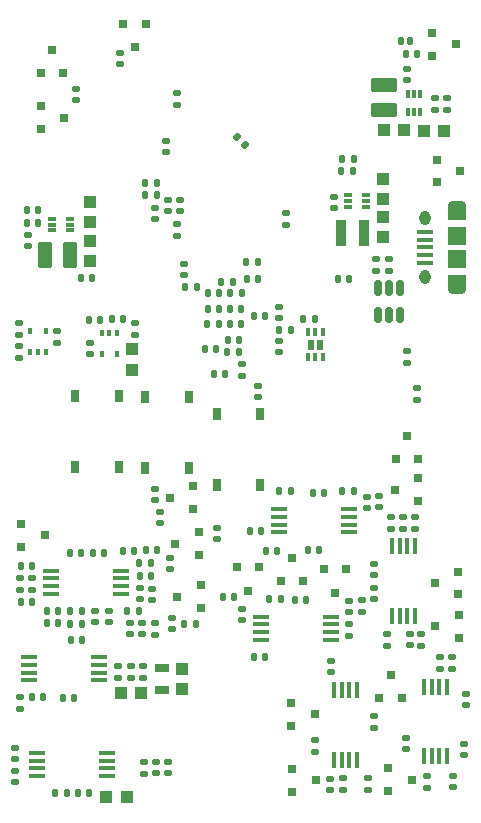
<source format=gbr>
G04 #@! TF.GenerationSoftware,KiCad,Pcbnew,7.0.1-0*
G04 #@! TF.CreationDate,2023-03-28T15:50:41-07:00*
G04 #@! TF.ProjectId,Kit-Brainboard,4b69742d-4272-4616-996e-626f6172642e,rev?*
G04 #@! TF.SameCoordinates,Original*
G04 #@! TF.FileFunction,Paste,Bot*
G04 #@! TF.FilePolarity,Positive*
%FSLAX46Y46*%
G04 Gerber Fmt 4.6, Leading zero omitted, Abs format (unit mm)*
G04 Created by KiCad (PCBNEW 7.0.1-0) date 2023-03-28 15:50:41*
%MOMM*%
%LPD*%
G01*
G04 APERTURE LIST*
G04 Aperture macros list*
%AMRoundRect*
0 Rectangle with rounded corners*
0 $1 Rounding radius*
0 $2 $3 $4 $5 $6 $7 $8 $9 X,Y pos of 4 corners*
0 Add a 4 corners polygon primitive as box body*
4,1,4,$2,$3,$4,$5,$6,$7,$8,$9,$2,$3,0*
0 Add four circle primitives for the rounded corners*
1,1,$1+$1,$2,$3*
1,1,$1+$1,$4,$5*
1,1,$1+$1,$6,$7*
1,1,$1+$1,$8,$9*
0 Add four rect primitives between the rounded corners*
20,1,$1+$1,$2,$3,$4,$5,0*
20,1,$1+$1,$4,$5,$6,$7,0*
20,1,$1+$1,$6,$7,$8,$9,0*
20,1,$1+$1,$8,$9,$2,$3,0*%
G04 Aperture macros list end*
%ADD10O,1.550000X0.890000*%
%ADD11O,0.950000X1.250000*%
%ADD12R,1.350000X0.400000*%
%ADD13R,1.550000X1.200000*%
%ADD14R,1.550000X1.500000*%
%ADD15R,0.700000X1.000000*%
%ADD16R,1.000000X1.000000*%
%ADD17RoundRect,0.147500X-0.172500X0.147500X-0.172500X-0.147500X0.172500X-0.147500X0.172500X0.147500X0*%
%ADD18RoundRect,0.147500X-0.147500X-0.172500X0.147500X-0.172500X0.147500X0.172500X-0.147500X0.172500X0*%
%ADD19R,0.800100X0.800100*%
%ADD20RoundRect,0.147500X0.147500X0.172500X-0.147500X0.172500X-0.147500X-0.172500X0.147500X-0.172500X0*%
%ADD21R,1.450000X0.450000*%
%ADD22RoundRect,0.150000X0.150000X-0.512500X0.150000X0.512500X-0.150000X0.512500X-0.150000X-0.512500X0*%
%ADD23RoundRect,0.147500X0.172500X-0.147500X0.172500X0.147500X-0.172500X0.147500X-0.172500X-0.147500X0*%
%ADD24R,0.450000X1.450000*%
%ADD25RoundRect,0.250000X-0.375000X-0.850000X0.375000X-0.850000X0.375000X0.850000X-0.375000X0.850000X0*%
%ADD26R,0.700000X0.340000*%
%ADD27RoundRect,0.125000X0.125000X0.225000X-0.125000X0.225000X-0.125000X-0.225000X0.125000X-0.225000X0*%
%ADD28RoundRect,0.147500X0.226274X0.017678X0.017678X0.226274X-0.226274X-0.017678X-0.017678X-0.226274X0*%
%ADD29RoundRect,0.250000X-0.850000X0.375000X-0.850000X-0.375000X0.850000X-0.375000X0.850000X0.375000X0*%
%ADD30R,0.630000X0.820000*%
%ADD31R,0.350000X0.650000*%
%ADD32R,1.300000X0.700000*%
%ADD33R,0.340000X0.700000*%
%ADD34R,0.340000X0.600000*%
%ADD35R,0.850000X2.300000*%
G04 APERTURE END LIST*
D10*
G04 #@! TO.C,J3*
X227805000Y-72740000D03*
D11*
X225105000Y-73740000D03*
X225105000Y-78740000D03*
D10*
X227805000Y-79740000D03*
D12*
X225105000Y-74940000D03*
X225105000Y-75590000D03*
X225105000Y-76240000D03*
X225105000Y-76890000D03*
X225105000Y-77540000D03*
D13*
X227805000Y-73340000D03*
D14*
X227805000Y-75240000D03*
X227805000Y-77240000D03*
D13*
X227805000Y-79140000D03*
G04 #@! TD*
D15*
G04 #@! TO.C,S2*
X195460000Y-88840000D03*
X195460000Y-94840000D03*
X199160000Y-88840000D03*
X199160000Y-94840000D03*
G04 #@! TD*
G04 #@! TO.C,S3*
X205080000Y-94880000D03*
X205080000Y-88880000D03*
X201380000Y-94880000D03*
X201380000Y-88880000D03*
G04 #@! TD*
G04 #@! TO.C,S1*
X211150000Y-96325000D03*
X211150000Y-90325000D03*
X207450000Y-96325000D03*
X207450000Y-90325000D03*
G04 #@! TD*
D16*
G04 #@! TO.C,C91*
X223329000Y-66318000D03*
X221629000Y-66318000D03*
G04 #@! TD*
D17*
G04 #@! TO.C,C69*
X223535000Y-61100000D03*
X223535000Y-62070000D03*
G04 #@! TD*
D18*
G04 #@! TO.C,C79*
X195954000Y-78827000D03*
X196924000Y-78827000D03*
G04 #@! TD*
G04 #@! TO.C,R17*
X199875000Y-107040000D03*
X200845000Y-107040000D03*
G04 #@! TD*
D19*
G04 #@! TO.C,D15*
X224530760Y-95800000D03*
X224530760Y-97700000D03*
X222531780Y-96750000D03*
G04 #@! TD*
D20*
G04 #@! TO.C,C34*
X208925000Y-105820000D03*
X207955000Y-105820000D03*
G04 #@! TD*
D21*
G04 #@! TO.C,U6*
X191580000Y-112895000D03*
X191580000Y-112245000D03*
X191580000Y-111595000D03*
X191580000Y-110945000D03*
X197480000Y-110945000D03*
X197480000Y-111595000D03*
X197480000Y-112245000D03*
X197480000Y-112895000D03*
G04 #@! TD*
D19*
G04 #@! TO.C,D7*
X213859240Y-122320000D03*
X213859240Y-120420000D03*
X215858220Y-121370000D03*
G04 #@! TD*
D18*
G04 #@! TO.C,R12*
X195065000Y-108110000D03*
X196035000Y-108110000D03*
G04 #@! TD*
D17*
G04 #@! TO.C,R50*
X223191832Y-99074872D03*
X223191832Y-100044872D03*
G04 #@! TD*
D16*
G04 #@! TO.C,C19*
X201030696Y-113989760D03*
X199330696Y-113989760D03*
G04 #@! TD*
D17*
G04 #@! TO.C,C46*
X196708000Y-84300000D03*
X196708000Y-85270000D03*
G04 #@! TD*
D18*
G04 #@! TO.C,R18*
X190875000Y-106250000D03*
X191845000Y-106250000D03*
G04 #@! TD*
G04 #@! TO.C,C66*
X195085000Y-109500000D03*
X196055000Y-109500000D03*
G04 #@! TD*
D17*
G04 #@! TO.C,R42*
X220220000Y-121165000D03*
X220220000Y-122135000D03*
G04 #@! TD*
D22*
G04 #@! TO.C,U3*
X223010000Y-81925000D03*
X222060000Y-81925000D03*
X221110000Y-81925000D03*
X221110000Y-79650000D03*
X222060000Y-79650000D03*
X223010000Y-79650000D03*
G04 #@! TD*
D23*
G04 #@! TO.C,R4*
X222040000Y-78222500D03*
X222040000Y-77252500D03*
G04 #@! TD*
D20*
G04 #@! TO.C,C58*
X195385696Y-114419760D03*
X194415696Y-114419760D03*
G04 #@! TD*
G04 #@! TO.C,R55*
X211235000Y-100240000D03*
X210265000Y-100240000D03*
G04 #@! TD*
D23*
G04 #@! TO.C,C38*
X224260000Y-100045000D03*
X224260000Y-99075000D03*
G04 #@! TD*
D20*
G04 #@! TO.C,R10*
X191855000Y-103240000D03*
X190885000Y-103240000D03*
G04 #@! TD*
D17*
G04 #@! TO.C,R65*
X225930000Y-63608000D03*
X225930000Y-64578000D03*
G04 #@! TD*
D18*
G04 #@! TO.C,R62*
X191364000Y-74132000D03*
X192334000Y-74132000D03*
G04 #@! TD*
D19*
G04 #@! TO.C,D5*
X192549240Y-66200000D03*
X192549240Y-64300000D03*
X194548220Y-65250000D03*
G04 #@! TD*
D23*
G04 #@! TO.C,C26*
X217170000Y-112225000D03*
X217170000Y-111255000D03*
G04 #@! TD*
D24*
G04 #@! TO.C,U9*
X226954736Y-119323656D03*
X226304736Y-119323656D03*
X225654736Y-119323656D03*
X225004736Y-119323656D03*
X225004736Y-113423656D03*
X225654736Y-113423656D03*
X226304736Y-113423656D03*
X226954736Y-113423656D03*
G04 #@! TD*
D23*
G04 #@! TO.C,R35*
X218110000Y-122155000D03*
X218110000Y-121185000D03*
G04 #@! TD*
D18*
G04 #@! TO.C,R13*
X200915000Y-104050000D03*
X201885000Y-104050000D03*
G04 #@! TD*
D23*
G04 #@! TO.C,R34*
X199110696Y-112664760D03*
X199110696Y-111694760D03*
G04 #@! TD*
D20*
G04 #@! TO.C,C59*
X207631820Y-82717939D03*
X206661820Y-82717939D03*
G04 #@! TD*
D19*
G04 #@! TO.C,D8*
X213755224Y-116719136D03*
X213755224Y-114819136D03*
X215754204Y-115769136D03*
G04 #@! TD*
D18*
G04 #@! TO.C,R60*
X196621000Y-82408000D03*
X197591000Y-82408000D03*
G04 #@! TD*
D20*
G04 #@! TO.C,R41*
X224425000Y-59879020D03*
X223455000Y-59879020D03*
G04 #@! TD*
D25*
G04 #@! TO.C,L1*
X192920000Y-76910000D03*
X195070000Y-76910000D03*
G04 #@! TD*
D19*
G04 #@! TO.C,D17*
X227963984Y-107382016D03*
X227963984Y-109282016D03*
X225965004Y-108332016D03*
G04 #@! TD*
D23*
G04 #@! TO.C,R45*
X210920000Y-88915000D03*
X210920000Y-87945000D03*
G04 #@! TD*
D20*
G04 #@! TO.C,C97*
X196675000Y-122420000D03*
X195705000Y-122420000D03*
G04 #@! TD*
G04 #@! TO.C,C104*
X216555000Y-97030000D03*
X215585000Y-97030000D03*
G04 #@! TD*
D21*
G04 #@! TO.C,U11*
X212720000Y-100370000D03*
X212720000Y-99720000D03*
X212720000Y-99070000D03*
X212720000Y-98420000D03*
X218620000Y-98420000D03*
X218620000Y-99070000D03*
X218620000Y-99720000D03*
X218620000Y-100370000D03*
G04 #@! TD*
D17*
G04 #@! TO.C,C7*
X200070000Y-108025000D03*
X200070000Y-108995000D03*
G04 #@! TD*
D18*
G04 #@! TO.C,R11*
X193055000Y-106990000D03*
X194025000Y-106990000D03*
G04 #@! TD*
D19*
G04 #@! TO.C,D16*
X227918264Y-103685808D03*
X227918264Y-105585808D03*
X225919284Y-104635808D03*
G04 #@! TD*
D20*
G04 #@! TO.C,C52*
X210961000Y-78884779D03*
X209991000Y-78884779D03*
G04 #@! TD*
D26*
G04 #@! TO.C,U15*
X194993000Y-73802000D03*
X194993000Y-74302000D03*
X194993000Y-74802000D03*
X193493000Y-74802000D03*
X193493000Y-74302000D03*
X193493000Y-73802000D03*
G04 #@! TD*
D20*
G04 #@! TO.C,R61*
X192320000Y-73101000D03*
X191350000Y-73101000D03*
G04 #@! TD*
D23*
G04 #@! TO.C,C28*
X227340000Y-111890000D03*
X227340000Y-110920000D03*
G04 #@! TD*
D24*
G04 #@! TO.C,U12*
X222305000Y-101560000D03*
X222955000Y-101560000D03*
X223605000Y-101560000D03*
X224255000Y-101560000D03*
X224255000Y-107460000D03*
X223605000Y-107460000D03*
X222955000Y-107460000D03*
X222305000Y-107460000D03*
G04 #@! TD*
D23*
G04 #@! TO.C,C8*
X191810000Y-105205000D03*
X191810000Y-104235000D03*
G04 #@! TD*
G04 #@! TO.C,R33*
X201270000Y-120805000D03*
X201270000Y-119835000D03*
G04 #@! TD*
D18*
G04 #@! TO.C,C56*
X198557000Y-82330000D03*
X199527000Y-82330000D03*
G04 #@! TD*
D23*
G04 #@! TO.C,R19*
X200920000Y-106005000D03*
X200920000Y-105035000D03*
G04 #@! TD*
D18*
G04 #@! TO.C,R64*
X218090000Y-68731000D03*
X219060000Y-68731000D03*
G04 #@! TD*
D19*
G04 #@! TO.C,D23*
X225689240Y-60000000D03*
X225689240Y-58100000D03*
X227688220Y-59050000D03*
G04 #@! TD*
D23*
G04 #@! TO.C,R36*
X223530000Y-86015000D03*
X223530000Y-85045000D03*
G04 #@! TD*
D17*
G04 #@! TO.C,C61*
X203362080Y-72210099D03*
X203362080Y-73180099D03*
G04 #@! TD*
D18*
G04 #@! TO.C,R48*
X211615000Y-101900000D03*
X212585000Y-101900000D03*
G04 #@! TD*
D23*
G04 #@! TO.C,R43*
X224370000Y-89135000D03*
X224370000Y-88165000D03*
G04 #@! TD*
D19*
G04 #@! TO.C,D20*
X226069240Y-70730000D03*
X226069240Y-68830000D03*
X228068220Y-69780000D03*
G04 #@! TD*
D23*
G04 #@! TO.C,R28*
X190393486Y-119554440D03*
X190393486Y-118584440D03*
G04 #@! TD*
D24*
G04 #@! TO.C,U8*
X219325000Y-119640000D03*
X218675000Y-119640000D03*
X218025000Y-119640000D03*
X217375000Y-119640000D03*
X217375000Y-113740000D03*
X218025000Y-113740000D03*
X218675000Y-113740000D03*
X219325000Y-113740000D03*
G04 #@! TD*
D23*
G04 #@! TO.C,R6*
X197130000Y-107975000D03*
X197130000Y-107005000D03*
G04 #@! TD*
D18*
G04 #@! TO.C,C107*
X212755000Y-96870000D03*
X213725000Y-96870000D03*
G04 #@! TD*
D20*
G04 #@! TO.C,C60*
X211581000Y-82078779D03*
X210611000Y-82078779D03*
G04 #@! TD*
D23*
G04 #@! TO.C,C32*
X212720000Y-82251779D03*
X212720000Y-81281779D03*
G04 #@! TD*
D18*
G04 #@! TO.C,R56*
X218095000Y-96890000D03*
X219065000Y-96890000D03*
G04 #@! TD*
G04 #@! TO.C,C101*
X193775000Y-122440000D03*
X194745000Y-122440000D03*
G04 #@! TD*
D19*
G04 #@! TO.C,D9*
X221968976Y-122243656D03*
X221968976Y-120343656D03*
X223967956Y-121293656D03*
G04 #@! TD*
D16*
G04 #@! TO.C,C89*
X196702000Y-75662000D03*
X196702000Y-77362000D03*
G04 #@! TD*
D23*
G04 #@! TO.C,C67*
X191487000Y-76116000D03*
X191487000Y-75146000D03*
G04 #@! TD*
G04 #@! TO.C,C68*
X217406000Y-72905000D03*
X217406000Y-71935000D03*
G04 #@! TD*
G04 #@! TO.C,C35*
X219720000Y-107090000D03*
X219720000Y-106120000D03*
G04 #@! TD*
G04 #@! TO.C,R7*
X198360000Y-107955000D03*
X198360000Y-106985000D03*
G04 #@! TD*
G04 #@! TO.C,C72*
X190703500Y-85561000D03*
X190703500Y-84591000D03*
G04 #@! TD*
D18*
G04 #@! TO.C,R14*
X200895000Y-102980000D03*
X201865000Y-102980000D03*
G04 #@! TD*
D23*
G04 #@! TO.C,R21*
X203475784Y-103472416D03*
X203475784Y-102502416D03*
G04 #@! TD*
D18*
G04 #@! TO.C,C74*
X209945000Y-77446779D03*
X210915000Y-77446779D03*
G04 #@! TD*
G04 #@! TO.C,C63*
X206455000Y-84846779D03*
X207425000Y-84846779D03*
G04 #@! TD*
D23*
G04 #@! TO.C,C78*
X220790000Y-106005000D03*
X220790000Y-105035000D03*
G04 #@! TD*
D17*
G04 #@! TO.C,C39*
X224790000Y-108990000D03*
X224790000Y-109960000D03*
G04 #@! TD*
D26*
G04 #@! TO.C,U16*
X220074500Y-71799000D03*
X220074500Y-72299000D03*
X220074500Y-72799000D03*
X218574500Y-72799000D03*
X218574500Y-72299000D03*
X218574500Y-71799000D03*
G04 #@! TD*
D23*
G04 #@! TO.C,C22*
X202290000Y-120775000D03*
X202290000Y-119805000D03*
G04 #@! TD*
D17*
G04 #@! TO.C,C16*
X207450000Y-99975000D03*
X207450000Y-100945000D03*
G04 #@! TD*
D23*
G04 #@! TO.C,C95*
X213310000Y-74301779D03*
X213310000Y-73331779D03*
G04 #@! TD*
D16*
G04 #@! TO.C,C88*
X200303000Y-84878000D03*
X200303000Y-86578000D03*
G04 #@! TD*
D19*
G04 #@! TO.C,D2*
X205950760Y-100360000D03*
X205950760Y-102260000D03*
X203951780Y-101310000D03*
G04 #@! TD*
D20*
G04 #@! TO.C,R3*
X218675000Y-78940000D03*
X217705000Y-78940000D03*
G04 #@! TD*
D19*
G04 #@! TO.C,D4*
X205460000Y-96470000D03*
X205460000Y-98370000D03*
X203461020Y-97420000D03*
G04 #@! TD*
D23*
G04 #@! TO.C,R66*
X226950000Y-64570000D03*
X226950000Y-63600000D03*
G04 #@! TD*
D19*
G04 #@! TO.C,D18*
X224490000Y-94170000D03*
X222590000Y-94170000D03*
X223540000Y-92171020D03*
G04 #@! TD*
D20*
G04 #@! TO.C,C96*
X215045000Y-106080000D03*
X214075000Y-106080000D03*
G04 #@! TD*
D19*
G04 #@! TO.C,D3*
X206080000Y-104860000D03*
X206080000Y-106760000D03*
X204081020Y-105810000D03*
G04 #@! TD*
D16*
G04 #@! TO.C,C49*
X224965000Y-66404000D03*
X226665000Y-66404000D03*
G04 #@! TD*
D18*
G04 #@! TO.C,C80*
X207822000Y-79141779D03*
X208792000Y-79141779D03*
G04 #@! TD*
D23*
G04 #@! TO.C,C84*
X190717500Y-83649000D03*
X190717500Y-82679000D03*
G04 #@! TD*
D17*
G04 #@! TO.C,R26*
X190403486Y-120554440D03*
X190403486Y-121524440D03*
G04 #@! TD*
D16*
G04 #@! TO.C,C48*
X221547000Y-72132000D03*
X221547000Y-70432000D03*
G04 #@! TD*
D20*
G04 #@! TO.C,C31*
X209338560Y-84081919D03*
X208368560Y-84081919D03*
G04 #@! TD*
G04 #@! TO.C,C54*
X213724000Y-83196779D03*
X212754000Y-83196779D03*
G04 #@! TD*
D18*
G04 #@! TO.C,C17*
X204695000Y-108090000D03*
X205665000Y-108090000D03*
G04 #@! TD*
D17*
G04 #@! TO.C,R44*
X227419736Y-120978656D03*
X227419736Y-121948656D03*
G04 #@! TD*
D20*
G04 #@! TO.C,C73*
X207664560Y-81453019D03*
X206694560Y-81453019D03*
G04 #@! TD*
D17*
G04 #@! TO.C,R31*
X203310000Y-119775000D03*
X203310000Y-120745000D03*
G04 #@! TD*
D27*
G04 #@! TO.C,D11*
X223840000Y-58799020D03*
X223040000Y-58799020D03*
G04 #@! TD*
D17*
G04 #@! TO.C,C27*
X228390000Y-118260000D03*
X228390000Y-119230000D03*
G04 #@! TD*
D20*
G04 #@! TO.C,C70*
X207664700Y-80096659D03*
X206694700Y-80096659D03*
G04 #@! TD*
D17*
G04 #@! TO.C,R5*
X220940000Y-77247500D03*
X220940000Y-78217500D03*
G04 #@! TD*
D18*
G04 #@! TO.C,C108*
X195010000Y-102120000D03*
X195980000Y-102120000D03*
G04 #@! TD*
D19*
G04 #@! TO.C,D21*
X190880000Y-101570000D03*
X190880000Y-99670000D03*
X192878980Y-100620000D03*
G04 #@! TD*
D23*
G04 #@! TO.C,R9*
X202200000Y-109025000D03*
X202200000Y-108055000D03*
G04 #@! TD*
D28*
G04 #@! TO.C,R68*
X209836540Y-67559219D03*
X209150646Y-66873325D03*
G04 #@! TD*
D29*
G04 #@! TO.C,L3*
X221591000Y-62476000D03*
X221591000Y-64626000D03*
G04 #@! TD*
D20*
G04 #@! TO.C,C6*
X196005000Y-107010000D03*
X195035000Y-107010000D03*
G04 #@! TD*
D17*
G04 #@! TO.C,R38*
X226330000Y-110935000D03*
X226330000Y-111905000D03*
G04 #@! TD*
D23*
G04 #@! TO.C,C33*
X209590000Y-87085000D03*
X209590000Y-86115000D03*
G04 #@! TD*
D17*
G04 #@! TO.C,C25*
X217060000Y-121215000D03*
X217060000Y-122185000D03*
G04 #@! TD*
G04 #@! TO.C,C77*
X228530000Y-114025000D03*
X228530000Y-114995000D03*
G04 #@! TD*
G04 #@! TO.C,R24*
X195580000Y-62805000D03*
X195580000Y-63775000D03*
G04 #@! TD*
D20*
G04 #@! TO.C,R72*
X208160000Y-86940000D03*
X207190000Y-86940000D03*
G04 #@! TD*
D16*
G04 #@! TO.C,C90*
X221537000Y-73690000D03*
X221537000Y-75390000D03*
G04 #@! TD*
D23*
G04 #@! TO.C,R16*
X190770000Y-105215000D03*
X190770000Y-104245000D03*
G04 #@! TD*
G04 #@! TO.C,R46*
X209590000Y-107815000D03*
X209590000Y-106845000D03*
G04 #@! TD*
G04 #@! TO.C,R57*
X222201768Y-100044872D03*
X222201768Y-99074872D03*
G04 #@! TD*
D20*
G04 #@! TO.C,C109*
X202358460Y-71806859D03*
X201388460Y-71806859D03*
G04 #@! TD*
D23*
G04 #@! TO.C,R69*
X204098680Y-75250199D03*
X204098680Y-74280199D03*
G04 #@! TD*
G04 #@! TO.C,R51*
X223780000Y-109935000D03*
X223780000Y-108965000D03*
G04 #@! TD*
D21*
G04 #@! TO.C,U7*
X192260000Y-120985000D03*
X192260000Y-120335000D03*
X192260000Y-119685000D03*
X192260000Y-119035000D03*
X198160000Y-119035000D03*
X198160000Y-119685000D03*
X198160000Y-120335000D03*
X198160000Y-120985000D03*
G04 #@! TD*
D19*
G04 #@! TO.C,D10*
X223129736Y-114404416D03*
X221229736Y-114404416D03*
X222179736Y-112405436D03*
G04 #@! TD*
D30*
G04 #@! TO.C,U20*
X215393460Y-84476859D03*
X216193460Y-84476859D03*
D31*
X216443460Y-85526859D03*
X215793460Y-85526859D03*
X215143460Y-85526859D03*
X215143460Y-83426859D03*
X215793460Y-83426859D03*
X216443460Y-83426859D03*
G04 #@! TD*
D18*
G04 #@! TO.C,R15*
X201435000Y-101890000D03*
X202405000Y-101890000D03*
G04 #@! TD*
D32*
G04 #@! TO.C,C4*
X202790000Y-111830000D03*
X202790000Y-113730000D03*
G04 #@! TD*
D18*
G04 #@! TO.C,R71*
X201393460Y-70766859D03*
X202363460Y-70766859D03*
G04 #@! TD*
D23*
G04 #@! TO.C,C37*
X220175000Y-98305000D03*
X220175000Y-97335000D03*
G04 #@! TD*
D21*
G04 #@! TO.C,U4*
X193410000Y-105545000D03*
X193410000Y-104895000D03*
X193410000Y-104245000D03*
X193410000Y-103595000D03*
X199310000Y-103595000D03*
X199310000Y-104245000D03*
X199310000Y-104895000D03*
X199310000Y-105545000D03*
G04 #@! TD*
D23*
G04 #@! TO.C,C45*
X193935500Y-84296000D03*
X193935500Y-83326000D03*
G04 #@! TD*
D33*
G04 #@! TO.C,U17*
X224625000Y-64772000D03*
X224125000Y-64772000D03*
X223625000Y-64772000D03*
X223625000Y-63272000D03*
X224125000Y-63272000D03*
X224625000Y-63272000D03*
G04 #@! TD*
D21*
G04 #@! TO.C,U10*
X211198416Y-109457384D03*
X211198416Y-108807384D03*
X211198416Y-108157384D03*
X211198416Y-107507384D03*
X217098416Y-107507384D03*
X217098416Y-108157384D03*
X217098416Y-108807384D03*
X217098416Y-109457384D03*
G04 #@! TD*
D16*
G04 #@! TO.C,C47*
X196727000Y-74109000D03*
X196727000Y-72409000D03*
G04 #@! TD*
D18*
G04 #@! TO.C,C30*
X208360940Y-85097919D03*
X209330940Y-85097919D03*
G04 #@! TD*
D19*
G04 #@! TO.C,D13*
X216519720Y-103501952D03*
X218419720Y-103501952D03*
X217469720Y-105500932D03*
G04 #@! TD*
D17*
G04 #@! TO.C,R58*
X221871032Y-108986968D03*
X221871032Y-109956968D03*
G04 #@! TD*
D20*
G04 #@! TO.C,C50*
X209521440Y-82728099D03*
X208551440Y-82728099D03*
G04 #@! TD*
G04 #@! TO.C,C11*
X200455000Y-101940000D03*
X199485000Y-101940000D03*
G04 #@! TD*
D17*
G04 #@! TO.C,R49*
X221190000Y-97265000D03*
X221190000Y-98235000D03*
G04 #@! TD*
D23*
G04 #@! TO.C,R52*
X204667640Y-78577599D03*
X204667640Y-77607599D03*
G04 #@! TD*
D20*
G04 #@! TO.C,C105*
X197935000Y-102090000D03*
X196965000Y-102090000D03*
G04 #@! TD*
D23*
G04 #@! TO.C,R23*
X202669240Y-99585000D03*
X202669240Y-98615000D03*
G04 #@! TD*
D34*
G04 #@! TO.C,U19*
X197709000Y-83442000D03*
X198359000Y-83442000D03*
X199009000Y-83442000D03*
X199009000Y-85242000D03*
X197709000Y-85242000D03*
G04 #@! TD*
D16*
G04 #@! TO.C,C5*
X204540000Y-111960000D03*
X204540000Y-113660000D03*
G04 #@! TD*
D17*
G04 #@! TO.C,R27*
X190800000Y-114330000D03*
X190800000Y-115300000D03*
G04 #@! TD*
D23*
G04 #@! TO.C,R54*
X218690000Y-109100000D03*
X218690000Y-108130000D03*
G04 #@! TD*
D17*
G04 #@! TO.C,C93*
X204337440Y-72222799D03*
X204337440Y-73192799D03*
G04 #@! TD*
D19*
G04 #@! TO.C,D12*
X209150000Y-103329240D03*
X211050000Y-103329240D03*
X210100000Y-105328220D03*
G04 #@! TD*
D20*
G04 #@! TO.C,C62*
X209577180Y-80132219D03*
X208607180Y-80132219D03*
G04 #@! TD*
D18*
G04 #@! TO.C,C100*
X211895000Y-106000000D03*
X212865000Y-106000000D03*
G04 #@! TD*
D17*
G04 #@! TO.C,C57*
X220800000Y-115935000D03*
X220800000Y-116905000D03*
G04 #@! TD*
D23*
G04 #@! TO.C,R22*
X203669872Y-108558814D03*
X203669872Y-107588814D03*
G04 #@! TD*
G04 #@! TO.C,R37*
X225279736Y-121968656D03*
X225279736Y-120998656D03*
G04 #@! TD*
D20*
G04 #@! TO.C,C76*
X215768460Y-82256859D03*
X214798460Y-82256859D03*
G04 #@! TD*
D23*
G04 #@! TO.C,C43*
X203170000Y-68161779D03*
X203170000Y-67191779D03*
G04 #@! TD*
G04 #@! TO.C,C18*
X202250000Y-97635000D03*
X202250000Y-96665000D03*
G04 #@! TD*
D34*
G04 #@! TO.C,U18*
X192965500Y-85130000D03*
X192315500Y-85130000D03*
X191665500Y-85130000D03*
X191665500Y-83330000D03*
X192965500Y-83330000D03*
G04 #@! TD*
D23*
G04 #@! TO.C,R8*
X201120000Y-109005000D03*
X201120000Y-108035000D03*
G04 #@! TD*
G04 #@! TO.C,C85*
X223470000Y-118745000D03*
X223470000Y-117775000D03*
G04 #@! TD*
D17*
G04 #@! TO.C,R47*
X218680000Y-106135000D03*
X218680000Y-107105000D03*
G04 #@! TD*
D16*
G04 #@! TO.C,C20*
X199820000Y-122810000D03*
X198120000Y-122810000D03*
G04 #@! TD*
D20*
G04 #@! TO.C,R53*
X211565000Y-110920000D03*
X210595000Y-110920000D03*
G04 #@! TD*
D18*
G04 #@! TO.C,C36*
X215145000Y-101830000D03*
X216115000Y-101830000D03*
G04 #@! TD*
D20*
G04 #@! TO.C,R63*
X218979000Y-69780000D03*
X218009000Y-69780000D03*
G04 #@! TD*
D19*
G04 #@! TO.C,D14*
X214770000Y-104500760D03*
X212870000Y-104500760D03*
X213820000Y-102501780D03*
G04 #@! TD*
D20*
G04 #@! TO.C,C9*
X194035000Y-108020000D03*
X193065000Y-108020000D03*
G04 #@! TD*
D17*
G04 #@! TO.C,C103*
X204083440Y-63198179D03*
X204083440Y-64168179D03*
G04 #@! TD*
D23*
G04 #@! TO.C,C10*
X201960000Y-106095000D03*
X201960000Y-105125000D03*
G04 #@! TD*
G04 #@! TO.C,C65*
X215780000Y-118955000D03*
X215780000Y-117985000D03*
G04 #@! TD*
G04 #@! TO.C,R70*
X202193460Y-73851859D03*
X202193460Y-72881859D03*
G04 #@! TD*
D35*
G04 #@! TO.C,L2*
X217963000Y-74980000D03*
X219913000Y-74980000D03*
G04 #@! TD*
D17*
G04 #@! TO.C,R32*
X201250696Y-111694760D03*
X201250696Y-112664760D03*
G04 #@! TD*
G04 #@! TO.C,C86*
X220780000Y-103015000D03*
X220780000Y-103985000D03*
G04 #@! TD*
D20*
G04 #@! TO.C,C53*
X209546840Y-81458099D03*
X208576840Y-81458099D03*
G04 #@! TD*
D23*
G04 #@! TO.C,C51*
X212760000Y-85101779D03*
X212760000Y-84131779D03*
G04 #@! TD*
D19*
G04 #@! TO.C,D25*
X194450000Y-61490760D03*
X192550000Y-61490760D03*
X193500000Y-59491780D03*
G04 #@! TD*
D17*
G04 #@! TO.C,C75*
X200550000Y-82662000D03*
X200550000Y-83632000D03*
G04 #@! TD*
D23*
G04 #@! TO.C,C23*
X200200696Y-112664760D03*
X200200696Y-111694760D03*
G04 #@! TD*
D20*
G04 #@! TO.C,C71*
X205757160Y-79586119D03*
X204787160Y-79586119D03*
G04 #@! TD*
D18*
G04 #@! TO.C,R29*
X191775000Y-114300000D03*
X192745000Y-114300000D03*
G04 #@! TD*
D23*
G04 #@! TO.C,R25*
X199292992Y-60730640D03*
X199292992Y-59760640D03*
G04 #@! TD*
D19*
G04 #@! TO.C,D6*
X199550000Y-57299240D03*
X201450000Y-57299240D03*
X200500000Y-59298220D03*
G04 #@! TD*
M02*

</source>
